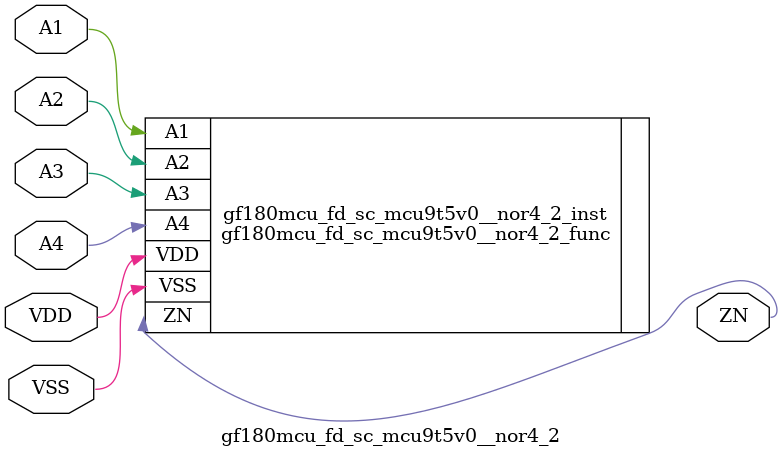
<source format=v>

module gf180mcu_fd_sc_mcu9t5v0__nor4_2( A3, ZN, A4, A2, A1, VDD, VSS );
input A1, A2, A3, A4;
inout VDD, VSS;
output ZN;

   `ifdef FUNCTIONAL  //  functional //

	gf180mcu_fd_sc_mcu9t5v0__nor4_2_func gf180mcu_fd_sc_mcu9t5v0__nor4_2_behav_inst(.A3(A3),.ZN(ZN),.A4(A4),.A2(A2),.A1(A1),.VDD(VDD),.VSS(VSS));

   `else

	gf180mcu_fd_sc_mcu9t5v0__nor4_2_func gf180mcu_fd_sc_mcu9t5v0__nor4_2_inst(.A3(A3),.ZN(ZN),.A4(A4),.A2(A2),.A1(A1),.VDD(VDD),.VSS(VSS));

	// spec_gates_begin


	// spec_gates_end



   specify

	// specify_block_begin

	// comb arc A1 --> ZN
	 (A1 => ZN) = (1.0,1.0);

	// comb arc A2 --> ZN
	 (A2 => ZN) = (1.0,1.0);

	// comb arc A3 --> ZN
	 (A3 => ZN) = (1.0,1.0);

	// comb arc A4 --> ZN
	 (A4 => ZN) = (1.0,1.0);

	// specify_block_end

   endspecify

   `endif

endmodule

</source>
